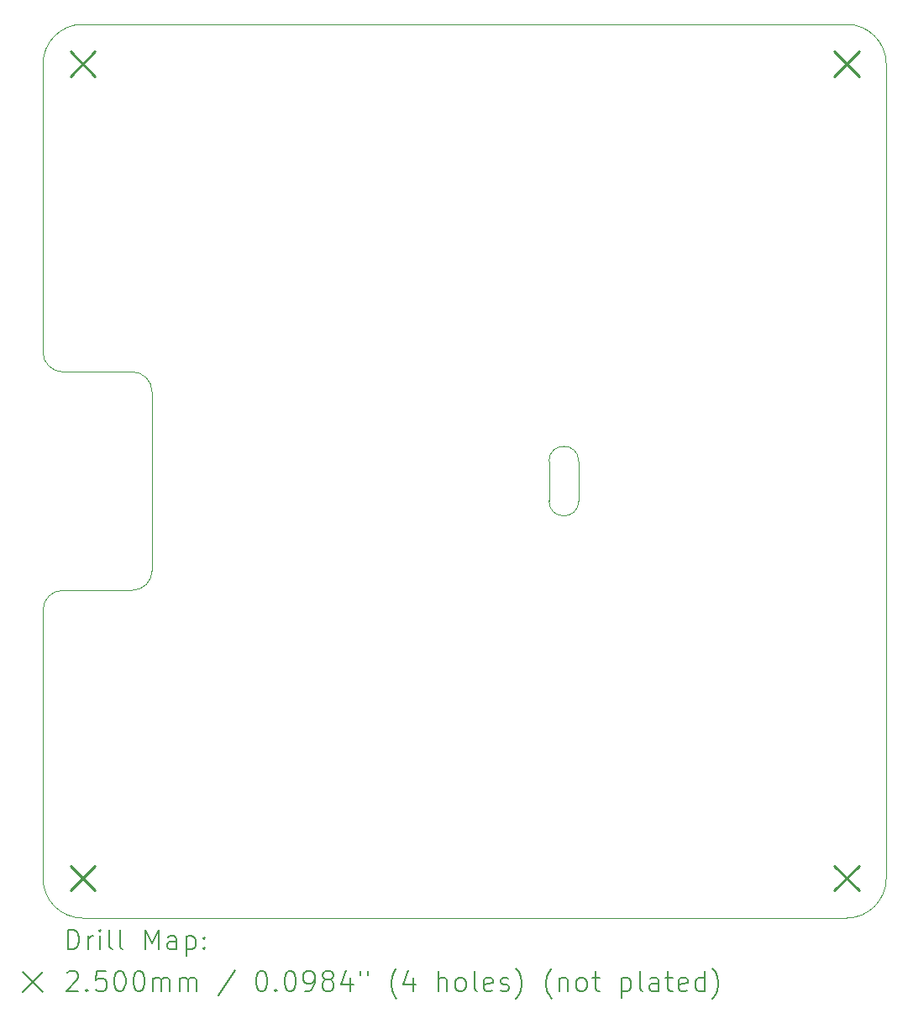
<source format=gbr>
%TF.GenerationSoftware,KiCad,Pcbnew,(6.0.9)*%
%TF.CreationDate,2023-01-30T18:53:01+02:00*%
%TF.ProjectId,Schematics,53636865-6d61-4746-9963-732e6b696361,rev?*%
%TF.SameCoordinates,Original*%
%TF.FileFunction,Drillmap*%
%TF.FilePolarity,Positive*%
%FSLAX45Y45*%
G04 Gerber Fmt 4.5, Leading zero omitted, Abs format (unit mm)*
G04 Created by KiCad (PCBNEW (6.0.9)) date 2023-01-30 18:53:01*
%MOMM*%
%LPD*%
G01*
G04 APERTURE LIST*
%ADD10C,0.100000*%
%ADD11C,0.200000*%
%ADD12C,0.250000*%
G04 APERTURE END LIST*
D10*
X10400000Y-6000000D02*
G75*
G03*
X10000000Y-6400000I0J-400000D01*
G01*
X18500000Y-6400000D02*
G75*
G03*
X18100000Y-6000000I-400000J0D01*
G01*
X10000000Y-9300000D02*
G75*
G03*
X10200000Y-9500000I200000J0D01*
G01*
X15100000Y-10400000D02*
X15100000Y-10800000D01*
X15400000Y-10400000D02*
X15400000Y-10800000D01*
X18500000Y-6400000D02*
X18500000Y-14600000D01*
X11100000Y-9700000D02*
G75*
G03*
X10900000Y-9500000I-200000J0D01*
G01*
X10900000Y-11700000D02*
G75*
G03*
X11100000Y-11500000I0J200000D01*
G01*
X11100000Y-9700000D02*
X11100000Y-11500000D01*
X15400000Y-10400000D02*
G75*
G03*
X15100000Y-10400000I-150000J0D01*
G01*
X10000000Y-14600000D02*
X10000000Y-11900000D01*
X10200000Y-11700000D02*
X10900000Y-11700000D01*
X18100000Y-15000000D02*
G75*
G03*
X18500000Y-14600000I0J400000D01*
G01*
X10000000Y-6400000D02*
X10000000Y-9300000D01*
X10200000Y-9500000D02*
X10900000Y-9500000D01*
X10400000Y-6000000D02*
X18100000Y-6000000D01*
X10200000Y-11700000D02*
G75*
G03*
X10000000Y-11900000I0J-200000D01*
G01*
X15100000Y-10800000D02*
G75*
G03*
X15400000Y-10800000I150000J0D01*
G01*
X18100000Y-15000000D02*
X10400000Y-15000000D01*
X10000000Y-14600000D02*
G75*
G03*
X10400000Y-15000000I400000J0D01*
G01*
D11*
D12*
X10275000Y-6275000D02*
X10525000Y-6525000D01*
X10525000Y-6275000D02*
X10275000Y-6525000D01*
X10275000Y-14475000D02*
X10525000Y-14725000D01*
X10525000Y-14475000D02*
X10275000Y-14725000D01*
X17975000Y-6275000D02*
X18225000Y-6525000D01*
X18225000Y-6275000D02*
X17975000Y-6525000D01*
X17975000Y-14475000D02*
X18225000Y-14725000D01*
X18225000Y-14475000D02*
X17975000Y-14725000D01*
D11*
X10252619Y-15315476D02*
X10252619Y-15115476D01*
X10300238Y-15115476D01*
X10328810Y-15125000D01*
X10347857Y-15144048D01*
X10357381Y-15163095D01*
X10366905Y-15201190D01*
X10366905Y-15229762D01*
X10357381Y-15267857D01*
X10347857Y-15286905D01*
X10328810Y-15305952D01*
X10300238Y-15315476D01*
X10252619Y-15315476D01*
X10452619Y-15315476D02*
X10452619Y-15182143D01*
X10452619Y-15220238D02*
X10462143Y-15201190D01*
X10471667Y-15191667D01*
X10490714Y-15182143D01*
X10509762Y-15182143D01*
X10576429Y-15315476D02*
X10576429Y-15182143D01*
X10576429Y-15115476D02*
X10566905Y-15125000D01*
X10576429Y-15134524D01*
X10585952Y-15125000D01*
X10576429Y-15115476D01*
X10576429Y-15134524D01*
X10700238Y-15315476D02*
X10681190Y-15305952D01*
X10671667Y-15286905D01*
X10671667Y-15115476D01*
X10805000Y-15315476D02*
X10785952Y-15305952D01*
X10776429Y-15286905D01*
X10776429Y-15115476D01*
X11033571Y-15315476D02*
X11033571Y-15115476D01*
X11100238Y-15258333D01*
X11166905Y-15115476D01*
X11166905Y-15315476D01*
X11347857Y-15315476D02*
X11347857Y-15210714D01*
X11338333Y-15191667D01*
X11319286Y-15182143D01*
X11281190Y-15182143D01*
X11262143Y-15191667D01*
X11347857Y-15305952D02*
X11328809Y-15315476D01*
X11281190Y-15315476D01*
X11262143Y-15305952D01*
X11252619Y-15286905D01*
X11252619Y-15267857D01*
X11262143Y-15248809D01*
X11281190Y-15239286D01*
X11328809Y-15239286D01*
X11347857Y-15229762D01*
X11443095Y-15182143D02*
X11443095Y-15382143D01*
X11443095Y-15191667D02*
X11462143Y-15182143D01*
X11500238Y-15182143D01*
X11519286Y-15191667D01*
X11528809Y-15201190D01*
X11538333Y-15220238D01*
X11538333Y-15277381D01*
X11528809Y-15296428D01*
X11519286Y-15305952D01*
X11500238Y-15315476D01*
X11462143Y-15315476D01*
X11443095Y-15305952D01*
X11624048Y-15296428D02*
X11633571Y-15305952D01*
X11624048Y-15315476D01*
X11614524Y-15305952D01*
X11624048Y-15296428D01*
X11624048Y-15315476D01*
X11624048Y-15191667D02*
X11633571Y-15201190D01*
X11624048Y-15210714D01*
X11614524Y-15201190D01*
X11624048Y-15191667D01*
X11624048Y-15210714D01*
X9795000Y-15545000D02*
X9995000Y-15745000D01*
X9995000Y-15545000D02*
X9795000Y-15745000D01*
X10243095Y-15554524D02*
X10252619Y-15545000D01*
X10271667Y-15535476D01*
X10319286Y-15535476D01*
X10338333Y-15545000D01*
X10347857Y-15554524D01*
X10357381Y-15573571D01*
X10357381Y-15592619D01*
X10347857Y-15621190D01*
X10233571Y-15735476D01*
X10357381Y-15735476D01*
X10443095Y-15716428D02*
X10452619Y-15725952D01*
X10443095Y-15735476D01*
X10433571Y-15725952D01*
X10443095Y-15716428D01*
X10443095Y-15735476D01*
X10633571Y-15535476D02*
X10538333Y-15535476D01*
X10528810Y-15630714D01*
X10538333Y-15621190D01*
X10557381Y-15611667D01*
X10605000Y-15611667D01*
X10624048Y-15621190D01*
X10633571Y-15630714D01*
X10643095Y-15649762D01*
X10643095Y-15697381D01*
X10633571Y-15716428D01*
X10624048Y-15725952D01*
X10605000Y-15735476D01*
X10557381Y-15735476D01*
X10538333Y-15725952D01*
X10528810Y-15716428D01*
X10766905Y-15535476D02*
X10785952Y-15535476D01*
X10805000Y-15545000D01*
X10814524Y-15554524D01*
X10824048Y-15573571D01*
X10833571Y-15611667D01*
X10833571Y-15659286D01*
X10824048Y-15697381D01*
X10814524Y-15716428D01*
X10805000Y-15725952D01*
X10785952Y-15735476D01*
X10766905Y-15735476D01*
X10747857Y-15725952D01*
X10738333Y-15716428D01*
X10728810Y-15697381D01*
X10719286Y-15659286D01*
X10719286Y-15611667D01*
X10728810Y-15573571D01*
X10738333Y-15554524D01*
X10747857Y-15545000D01*
X10766905Y-15535476D01*
X10957381Y-15535476D02*
X10976429Y-15535476D01*
X10995476Y-15545000D01*
X11005000Y-15554524D01*
X11014524Y-15573571D01*
X11024048Y-15611667D01*
X11024048Y-15659286D01*
X11014524Y-15697381D01*
X11005000Y-15716428D01*
X10995476Y-15725952D01*
X10976429Y-15735476D01*
X10957381Y-15735476D01*
X10938333Y-15725952D01*
X10928810Y-15716428D01*
X10919286Y-15697381D01*
X10909762Y-15659286D01*
X10909762Y-15611667D01*
X10919286Y-15573571D01*
X10928810Y-15554524D01*
X10938333Y-15545000D01*
X10957381Y-15535476D01*
X11109762Y-15735476D02*
X11109762Y-15602143D01*
X11109762Y-15621190D02*
X11119286Y-15611667D01*
X11138333Y-15602143D01*
X11166905Y-15602143D01*
X11185952Y-15611667D01*
X11195476Y-15630714D01*
X11195476Y-15735476D01*
X11195476Y-15630714D02*
X11205000Y-15611667D01*
X11224048Y-15602143D01*
X11252619Y-15602143D01*
X11271667Y-15611667D01*
X11281190Y-15630714D01*
X11281190Y-15735476D01*
X11376428Y-15735476D02*
X11376428Y-15602143D01*
X11376428Y-15621190D02*
X11385952Y-15611667D01*
X11405000Y-15602143D01*
X11433571Y-15602143D01*
X11452619Y-15611667D01*
X11462143Y-15630714D01*
X11462143Y-15735476D01*
X11462143Y-15630714D02*
X11471667Y-15611667D01*
X11490714Y-15602143D01*
X11519286Y-15602143D01*
X11538333Y-15611667D01*
X11547857Y-15630714D01*
X11547857Y-15735476D01*
X11938333Y-15525952D02*
X11766905Y-15783095D01*
X12195476Y-15535476D02*
X12214524Y-15535476D01*
X12233571Y-15545000D01*
X12243095Y-15554524D01*
X12252619Y-15573571D01*
X12262143Y-15611667D01*
X12262143Y-15659286D01*
X12252619Y-15697381D01*
X12243095Y-15716428D01*
X12233571Y-15725952D01*
X12214524Y-15735476D01*
X12195476Y-15735476D01*
X12176428Y-15725952D01*
X12166905Y-15716428D01*
X12157381Y-15697381D01*
X12147857Y-15659286D01*
X12147857Y-15611667D01*
X12157381Y-15573571D01*
X12166905Y-15554524D01*
X12176428Y-15545000D01*
X12195476Y-15535476D01*
X12347857Y-15716428D02*
X12357381Y-15725952D01*
X12347857Y-15735476D01*
X12338333Y-15725952D01*
X12347857Y-15716428D01*
X12347857Y-15735476D01*
X12481190Y-15535476D02*
X12500238Y-15535476D01*
X12519286Y-15545000D01*
X12528809Y-15554524D01*
X12538333Y-15573571D01*
X12547857Y-15611667D01*
X12547857Y-15659286D01*
X12538333Y-15697381D01*
X12528809Y-15716428D01*
X12519286Y-15725952D01*
X12500238Y-15735476D01*
X12481190Y-15735476D01*
X12462143Y-15725952D01*
X12452619Y-15716428D01*
X12443095Y-15697381D01*
X12433571Y-15659286D01*
X12433571Y-15611667D01*
X12443095Y-15573571D01*
X12452619Y-15554524D01*
X12462143Y-15545000D01*
X12481190Y-15535476D01*
X12643095Y-15735476D02*
X12681190Y-15735476D01*
X12700238Y-15725952D01*
X12709762Y-15716428D01*
X12728809Y-15687857D01*
X12738333Y-15649762D01*
X12738333Y-15573571D01*
X12728809Y-15554524D01*
X12719286Y-15545000D01*
X12700238Y-15535476D01*
X12662143Y-15535476D01*
X12643095Y-15545000D01*
X12633571Y-15554524D01*
X12624048Y-15573571D01*
X12624048Y-15621190D01*
X12633571Y-15640238D01*
X12643095Y-15649762D01*
X12662143Y-15659286D01*
X12700238Y-15659286D01*
X12719286Y-15649762D01*
X12728809Y-15640238D01*
X12738333Y-15621190D01*
X12852619Y-15621190D02*
X12833571Y-15611667D01*
X12824048Y-15602143D01*
X12814524Y-15583095D01*
X12814524Y-15573571D01*
X12824048Y-15554524D01*
X12833571Y-15545000D01*
X12852619Y-15535476D01*
X12890714Y-15535476D01*
X12909762Y-15545000D01*
X12919286Y-15554524D01*
X12928809Y-15573571D01*
X12928809Y-15583095D01*
X12919286Y-15602143D01*
X12909762Y-15611667D01*
X12890714Y-15621190D01*
X12852619Y-15621190D01*
X12833571Y-15630714D01*
X12824048Y-15640238D01*
X12814524Y-15659286D01*
X12814524Y-15697381D01*
X12824048Y-15716428D01*
X12833571Y-15725952D01*
X12852619Y-15735476D01*
X12890714Y-15735476D01*
X12909762Y-15725952D01*
X12919286Y-15716428D01*
X12928809Y-15697381D01*
X12928809Y-15659286D01*
X12919286Y-15640238D01*
X12909762Y-15630714D01*
X12890714Y-15621190D01*
X13100238Y-15602143D02*
X13100238Y-15735476D01*
X13052619Y-15525952D02*
X13005000Y-15668809D01*
X13128809Y-15668809D01*
X13195476Y-15535476D02*
X13195476Y-15573571D01*
X13271667Y-15535476D02*
X13271667Y-15573571D01*
X13566905Y-15811667D02*
X13557381Y-15802143D01*
X13538333Y-15773571D01*
X13528809Y-15754524D01*
X13519286Y-15725952D01*
X13509762Y-15678333D01*
X13509762Y-15640238D01*
X13519286Y-15592619D01*
X13528809Y-15564048D01*
X13538333Y-15545000D01*
X13557381Y-15516428D01*
X13566905Y-15506905D01*
X13728809Y-15602143D02*
X13728809Y-15735476D01*
X13681190Y-15525952D02*
X13633571Y-15668809D01*
X13757381Y-15668809D01*
X13985952Y-15735476D02*
X13985952Y-15535476D01*
X14071667Y-15735476D02*
X14071667Y-15630714D01*
X14062143Y-15611667D01*
X14043095Y-15602143D01*
X14014524Y-15602143D01*
X13995476Y-15611667D01*
X13985952Y-15621190D01*
X14195476Y-15735476D02*
X14176428Y-15725952D01*
X14166905Y-15716428D01*
X14157381Y-15697381D01*
X14157381Y-15640238D01*
X14166905Y-15621190D01*
X14176428Y-15611667D01*
X14195476Y-15602143D01*
X14224048Y-15602143D01*
X14243095Y-15611667D01*
X14252619Y-15621190D01*
X14262143Y-15640238D01*
X14262143Y-15697381D01*
X14252619Y-15716428D01*
X14243095Y-15725952D01*
X14224048Y-15735476D01*
X14195476Y-15735476D01*
X14376428Y-15735476D02*
X14357381Y-15725952D01*
X14347857Y-15706905D01*
X14347857Y-15535476D01*
X14528809Y-15725952D02*
X14509762Y-15735476D01*
X14471667Y-15735476D01*
X14452619Y-15725952D01*
X14443095Y-15706905D01*
X14443095Y-15630714D01*
X14452619Y-15611667D01*
X14471667Y-15602143D01*
X14509762Y-15602143D01*
X14528809Y-15611667D01*
X14538333Y-15630714D01*
X14538333Y-15649762D01*
X14443095Y-15668809D01*
X14614524Y-15725952D02*
X14633571Y-15735476D01*
X14671667Y-15735476D01*
X14690714Y-15725952D01*
X14700238Y-15706905D01*
X14700238Y-15697381D01*
X14690714Y-15678333D01*
X14671667Y-15668809D01*
X14643095Y-15668809D01*
X14624048Y-15659286D01*
X14614524Y-15640238D01*
X14614524Y-15630714D01*
X14624048Y-15611667D01*
X14643095Y-15602143D01*
X14671667Y-15602143D01*
X14690714Y-15611667D01*
X14766905Y-15811667D02*
X14776428Y-15802143D01*
X14795476Y-15773571D01*
X14805000Y-15754524D01*
X14814524Y-15725952D01*
X14824048Y-15678333D01*
X14824048Y-15640238D01*
X14814524Y-15592619D01*
X14805000Y-15564048D01*
X14795476Y-15545000D01*
X14776428Y-15516428D01*
X14766905Y-15506905D01*
X15128809Y-15811667D02*
X15119286Y-15802143D01*
X15100238Y-15773571D01*
X15090714Y-15754524D01*
X15081190Y-15725952D01*
X15071667Y-15678333D01*
X15071667Y-15640238D01*
X15081190Y-15592619D01*
X15090714Y-15564048D01*
X15100238Y-15545000D01*
X15119286Y-15516428D01*
X15128809Y-15506905D01*
X15205000Y-15602143D02*
X15205000Y-15735476D01*
X15205000Y-15621190D02*
X15214524Y-15611667D01*
X15233571Y-15602143D01*
X15262143Y-15602143D01*
X15281190Y-15611667D01*
X15290714Y-15630714D01*
X15290714Y-15735476D01*
X15414524Y-15735476D02*
X15395476Y-15725952D01*
X15385952Y-15716428D01*
X15376428Y-15697381D01*
X15376428Y-15640238D01*
X15385952Y-15621190D01*
X15395476Y-15611667D01*
X15414524Y-15602143D01*
X15443095Y-15602143D01*
X15462143Y-15611667D01*
X15471667Y-15621190D01*
X15481190Y-15640238D01*
X15481190Y-15697381D01*
X15471667Y-15716428D01*
X15462143Y-15725952D01*
X15443095Y-15735476D01*
X15414524Y-15735476D01*
X15538333Y-15602143D02*
X15614524Y-15602143D01*
X15566905Y-15535476D02*
X15566905Y-15706905D01*
X15576428Y-15725952D01*
X15595476Y-15735476D01*
X15614524Y-15735476D01*
X15833571Y-15602143D02*
X15833571Y-15802143D01*
X15833571Y-15611667D02*
X15852619Y-15602143D01*
X15890714Y-15602143D01*
X15909762Y-15611667D01*
X15919286Y-15621190D01*
X15928809Y-15640238D01*
X15928809Y-15697381D01*
X15919286Y-15716428D01*
X15909762Y-15725952D01*
X15890714Y-15735476D01*
X15852619Y-15735476D01*
X15833571Y-15725952D01*
X16043095Y-15735476D02*
X16024048Y-15725952D01*
X16014524Y-15706905D01*
X16014524Y-15535476D01*
X16205000Y-15735476D02*
X16205000Y-15630714D01*
X16195476Y-15611667D01*
X16176428Y-15602143D01*
X16138333Y-15602143D01*
X16119286Y-15611667D01*
X16205000Y-15725952D02*
X16185952Y-15735476D01*
X16138333Y-15735476D01*
X16119286Y-15725952D01*
X16109762Y-15706905D01*
X16109762Y-15687857D01*
X16119286Y-15668809D01*
X16138333Y-15659286D01*
X16185952Y-15659286D01*
X16205000Y-15649762D01*
X16271667Y-15602143D02*
X16347857Y-15602143D01*
X16300238Y-15535476D02*
X16300238Y-15706905D01*
X16309762Y-15725952D01*
X16328809Y-15735476D01*
X16347857Y-15735476D01*
X16490714Y-15725952D02*
X16471667Y-15735476D01*
X16433571Y-15735476D01*
X16414524Y-15725952D01*
X16405000Y-15706905D01*
X16405000Y-15630714D01*
X16414524Y-15611667D01*
X16433571Y-15602143D01*
X16471667Y-15602143D01*
X16490714Y-15611667D01*
X16500238Y-15630714D01*
X16500238Y-15649762D01*
X16405000Y-15668809D01*
X16671667Y-15735476D02*
X16671667Y-15535476D01*
X16671667Y-15725952D02*
X16652619Y-15735476D01*
X16614524Y-15735476D01*
X16595476Y-15725952D01*
X16585952Y-15716428D01*
X16576428Y-15697381D01*
X16576428Y-15640238D01*
X16585952Y-15621190D01*
X16595476Y-15611667D01*
X16614524Y-15602143D01*
X16652619Y-15602143D01*
X16671667Y-15611667D01*
X16747857Y-15811667D02*
X16757381Y-15802143D01*
X16776428Y-15773571D01*
X16785952Y-15754524D01*
X16795476Y-15725952D01*
X16805000Y-15678333D01*
X16805000Y-15640238D01*
X16795476Y-15592619D01*
X16785952Y-15564048D01*
X16776428Y-15545000D01*
X16757381Y-15516428D01*
X16747857Y-15506905D01*
M02*

</source>
